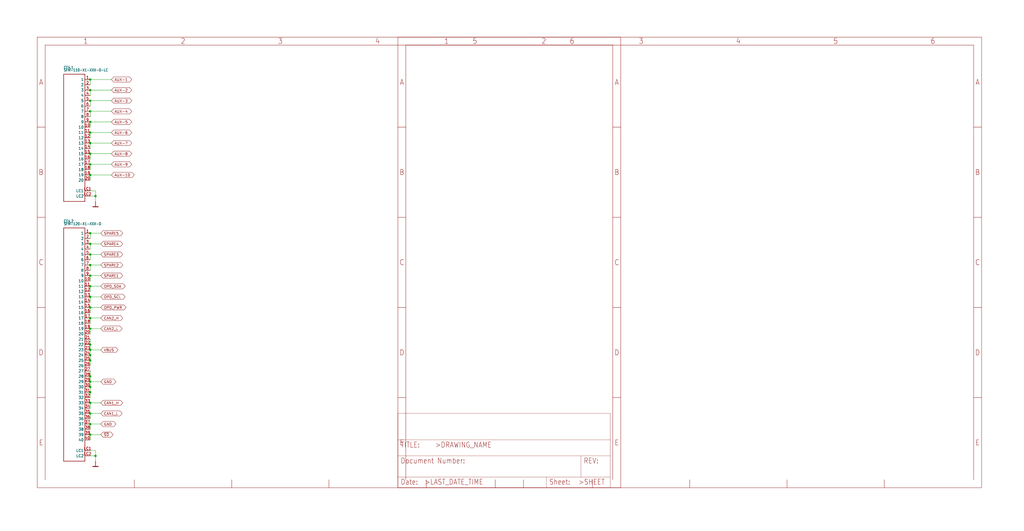
<source format=kicad_sch>
(kicad_sch (version 20211123) (generator eeschema)
  (paper "User" 490.22 254.406)
  (lib_symbols
    (symbol "oresat-backplane-2u-eagle-import:FRAME_A_L"
      (symbol "FRAME_A_L_0_0"
        (polyline (pts (xy 0 43.18) (xy 3.81 43.18)))
        (polyline (pts (xy 0 86.36) (xy 3.81 86.36)))
        (polyline (pts (xy 0 129.54) (xy 3.81 129.54)))
        (polyline (pts (xy 0 172.72) (xy 3.81 172.72)))
        (polyline (pts (xy 3.81 3.81) (xy 3.81 212.09)))
        (polyline (pts (xy 46.5667 0) (xy 46.5667 3.81)))
        (polyline (pts (xy 93.1333 0) (xy 93.1333 3.81)))
        (polyline (pts (xy 139.7 0) (xy 139.7 3.81)))
        (polyline (pts (xy 186.2667 0) (xy 186.2667 3.81)))
        (polyline (pts (xy 232.8333 0) (xy 232.8333 3.81)))
        (polyline (pts (xy 275.59 3.81) (xy 275.59 212.09)))
        (polyline (pts (xy 275.59 43.18) (xy 279.4 43.18)))
        (polyline (pts (xy 275.59 86.36) (xy 279.4 86.36)))
        (polyline (pts (xy 275.59 129.54) (xy 279.4 129.54)))
        (polyline (pts (xy 275.59 172.72) (xy 279.4 172.72)))
        (polyline (pts (xy 275.59 212.09) (xy 3.81 212.09)))
        (polyline (pts (xy 0 0) (xy 279.4 0) (xy 279.4 215.9) (xy 0 215.9) (xy 0 0)))
        (text "1" (at 23.2833 213.995 0) (effects (font (size 2.54 2.286))))
        (text "2" (at 69.85 213.995 0) (effects (font (size 2.54 2.286))))
        (text "3" (at 116.4167 213.995 0) (effects (font (size 2.54 2.286))))
        (text "4" (at 162.9833 213.995 0) (effects (font (size 2.54 2.286))))
        (text "5" (at 209.55 213.995 0) (effects (font (size 2.54 2.286))))
        (text "6" (at 256.1167 213.995 0) (effects (font (size 2.54 2.286))))
        (text "A" (at 1.905 194.31 0) (effects (font (size 2.54 2.286))))
        (text "A" (at 277.495 194.31 0) (effects (font (size 2.54 2.286))))
        (text "B" (at 1.905 151.13 0) (effects (font (size 2.54 2.286))))
        (text "B" (at 277.495 151.13 0) (effects (font (size 2.54 2.286))))
        (text "C" (at 1.905 107.95 0) (effects (font (size 2.54 2.286))))
        (text "C" (at 277.495 107.95 0) (effects (font (size 2.54 2.286))))
        (text "D" (at 1.905 64.77 0) (effects (font (size 2.54 2.286))))
        (text "D" (at 277.495 64.77 0) (effects (font (size 2.54 2.286))))
        (text "E" (at 1.905 21.59 0) (effects (font (size 2.54 2.286))))
        (text "E" (at 277.495 21.59 0) (effects (font (size 2.54 2.286))))
      )
      (symbol "FRAME_A_L_2_0"
        (polyline (pts (xy 0 0) (xy 0 5.08)) (stroke (width 0.1016)))
        (polyline (pts (xy 0 0) (xy 71.12 0)) (stroke (width 0.1016)))
        (polyline (pts (xy 0 5.08) (xy 0 15.24)) (stroke (width 0.1016)))
        (polyline (pts (xy 0 5.08) (xy 71.12 5.08)) (stroke (width 0.1016)))
        (polyline (pts (xy 0 15.24) (xy 0 22.86)) (stroke (width 0.1016)))
        (polyline (pts (xy 0 22.86) (xy 0 35.56)) (stroke (width 0.1016)))
        (polyline (pts (xy 0 22.86) (xy 101.6 22.86)) (stroke (width 0.1016)))
        (polyline (pts (xy 71.12 0) (xy 101.6 0)) (stroke (width 0.1016)))
        (polyline (pts (xy 71.12 5.08) (xy 71.12 0)) (stroke (width 0.1016)))
        (polyline (pts (xy 71.12 5.08) (xy 87.63 5.08)) (stroke (width 0.1016)))
        (polyline (pts (xy 87.63 5.08) (xy 101.6 5.08)) (stroke (width 0.1016)))
        (polyline (pts (xy 87.63 15.24) (xy 0 15.24)) (stroke (width 0.1016)))
        (polyline (pts (xy 87.63 15.24) (xy 87.63 5.08)) (stroke (width 0.1016)))
        (polyline (pts (xy 101.6 5.08) (xy 101.6 0)) (stroke (width 0.1016)))
        (polyline (pts (xy 101.6 15.24) (xy 87.63 15.24)) (stroke (width 0.1016)))
        (polyline (pts (xy 101.6 15.24) (xy 101.6 5.08)) (stroke (width 0.1016)))
        (polyline (pts (xy 101.6 22.86) (xy 101.6 15.24)) (stroke (width 0.1016)))
        (polyline (pts (xy 101.6 35.56) (xy 0 35.56)) (stroke (width 0.1016)))
        (polyline (pts (xy 101.6 35.56) (xy 101.6 22.86)) (stroke (width 0.1016)))
        (text ">DRAWING_NAME" (at 17.78 19.05 0) (effects (font (size 2.54 2.159)) (justify left bottom)))
        (text ">LAST_DATE_TIME" (at 12.7 1.27 0) (effects (font (size 2.54 2.159)) (justify left bottom)))
        (text ">SHEET" (at 86.36 1.27 0) (effects (font (size 2.54 2.159)) (justify left bottom)))
        (text "Date:" (at 1.27 1.27 0) (effects (font (size 2.54 2.159)) (justify left bottom)))
        (text "Document Number:" (at 1.27 11.43 0) (effects (font (size 2.54 2.159)) (justify left bottom)))
        (text "REV:" (at 88.9 11.43 0) (effects (font (size 2.54 2.159)) (justify left bottom)))
        (text "Sheet:" (at 72.39 1.27 0) (effects (font (size 2.54 2.159)) (justify left bottom)))
        (text "TITLE:" (at 1.27 19.05 0) (effects (font (size 2.54 2.159)) (justify left bottom)))
      )
    )
    (symbol "oresat-backplane-2u-eagle-import:GND" (power)
      (symbol "GND_1_0"
        (polyline (pts (xy -1.27 -2.54) (xy 1.27 -2.54)) (stroke (width 0.4064)))
        (pin power_in line (at 0 0 270) (length 2.54) (name "GND") (number "1"))
      )
    )
    (symbol "oresat-backplane-2u-eagle-import:SFM-110-X1-XXX-D-LC"
      (property "Reference" "CF" (at -2.54 33.02 0))
      (property "Value" "SFM-110-X1-XXX-D-LC" (at -2.54 31.75 0))
      (symbol "SFM-110-X1-XXX-D-LC_1_0"
        (polyline (pts (xy -2.54 -30.48) (xy -2.54 30.48)) (stroke (width 0.254)))
        (polyline (pts (xy -2.54 30.48) (xy 7.62 30.48)) (stroke (width 0.254)))
        (polyline (pts (xy 7.62 -30.48) (xy -2.54 -30.48)) (stroke (width 0.254)))
        (polyline (pts (xy 7.62 30.48) (xy 7.62 -30.48)) (stroke (width 0.254)))
        (pin passive line (at 10.16 27.94 180) (length 2.54) (name "1") (number "1"))
        (pin passive line (at 10.16 5.08 180) (length 2.54) (name "10") (number "10"))
        (pin passive line (at 10.16 2.54 180) (length 2.54) (name "11") (number "11"))
        (pin passive line (at 10.16 0 180) (length 2.54) (name "12") (number "12"))
        (pin passive line (at 10.16 -2.54 180) (length 2.54) (name "13") (number "13"))
        (pin passive line (at 10.16 -5.08 180) (length 2.54) (name "14") (number "14"))
        (pin passive line (at 10.16 -7.62 180) (length 2.54) (name "15") (number "15"))
        (pin passive line (at 10.16 -10.16 180) (length 2.54) (name "16") (number "16"))
        (pin passive line (at 10.16 -12.7 180) (length 2.54) (name "17") (number "17"))
        (pin passive line (at 10.16 -15.24 180) (length 2.54) (name "18") (number "18"))
        (pin passive line (at 10.16 -17.78 180) (length 2.54) (name "19") (number "19"))
        (pin passive line (at 10.16 25.4 180) (length 2.54) (name "2") (number "2"))
        (pin passive line (at 10.16 -20.32 180) (length 2.54) (name "20") (number "20"))
        (pin passive line (at 10.16 22.86 180) (length 2.54) (name "3") (number "3"))
        (pin passive line (at 10.16 20.32 180) (length 2.54) (name "4") (number "4"))
        (pin passive line (at 10.16 17.78 180) (length 2.54) (name "5") (number "5"))
        (pin passive line (at 10.16 15.24 180) (length 2.54) (name "6") (number "6"))
        (pin passive line (at 10.16 12.7 180) (length 2.54) (name "7") (number "7"))
        (pin passive line (at 10.16 10.16 180) (length 2.54) (name "8") (number "8"))
        (pin passive line (at 10.16 7.62 180) (length 2.54) (name "9") (number "9"))
        (pin passive line (at 10.16 -25.4 180) (length 2.54) (name "LC1") (number "LC1"))
        (pin passive line (at 10.16 -27.94 180) (length 2.54) (name "LC2") (number "LC2"))
      )
    )
    (symbol "oresat-backplane-2u-eagle-import:SFM-120-X1-XXX-D"
      (property "Reference" "J" (at -2.54 50.8 0))
      (property "Value" "SFM-120-X1-XXX-D" (at -2.54 49.53 0))
      (symbol "SFM-120-X1-XXX-D_1_0"
        (polyline (pts (xy -2.54 -63.5) (xy -2.54 48.26)) (stroke (width 0.254)))
        (polyline (pts (xy -2.54 48.26) (xy 7.62 48.26)) (stroke (width 0.254)))
        (polyline (pts (xy 7.62 -63.5) (xy -2.54 -63.5)) (stroke (width 0.254)))
        (polyline (pts (xy 7.62 48.26) (xy 7.62 -63.5)) (stroke (width 0.254)))
        (pin passive line (at 10.16 45.72 180) (length 2.54) (name "1") (number "1"))
        (pin passive line (at 10.16 22.86 180) (length 2.54) (name "10") (number "10"))
        (pin passive line (at 10.16 20.32 180) (length 2.54) (name "11") (number "11"))
        (pin passive line (at 10.16 17.78 180) (length 2.54) (name "12") (number "12"))
        (pin passive line (at 10.16 15.24 180) (length 2.54) (name "13") (number "13"))
        (pin passive line (at 10.16 12.7 180) (length 2.54) (name "14") (number "14"))
        (pin passive line (at 10.16 10.16 180) (length 2.54) (name "15") (number "15"))
        (pin passive line (at 10.16 7.62 180) (length 2.54) (name "16") (number "16"))
        (pin passive line (at 10.16 5.08 180) (length 2.54) (name "17") (number "17"))
        (pin passive line (at 10.16 2.54 180) (length 2.54) (name "18") (number "18"))
        (pin passive line (at 10.16 0 180) (length 2.54) (name "19") (number "19"))
        (pin passive line (at 10.16 43.18 180) (length 2.54) (name "2") (number "2"))
        (pin passive line (at 10.16 -2.54 180) (length 2.54) (name "20") (number "20"))
        (pin passive line (at 10.16 -5.08 180) (length 2.54) (name "21") (number "21"))
        (pin passive line (at 10.16 -7.62 180) (length 2.54) (name "22") (number "22"))
        (pin passive line (at 10.16 -10.16 180) (length 2.54) (name "23") (number "23"))
        (pin passive line (at 10.16 -12.7 180) (length 2.54) (name "24") (number "24"))
        (pin passive line (at 10.16 -15.24 180) (length 2.54) (name "25") (number "25"))
        (pin passive line (at 10.16 -17.78 180) (length 2.54) (name "26") (number "26"))
        (pin passive line (at 10.16 -20.32 180) (length 2.54) (name "27") (number "27"))
        (pin passive line (at 10.16 -22.86 180) (length 2.54) (name "28") (number "28"))
        (pin passive line (at 10.16 -25.4 180) (length 2.54) (name "29") (number "29"))
        (pin passive line (at 10.16 40.64 180) (length 2.54) (name "3") (number "3"))
        (pin passive line (at 10.16 -27.94 180) (length 2.54) (name "30") (number "30"))
        (pin passive line (at 10.16 -30.48 180) (length 2.54) (name "31") (number "31"))
        (pin passive line (at 10.16 -33.02 180) (length 2.54) (name "32") (number "32"))
        (pin passive line (at 10.16 -35.56 180) (length 2.54) (name "33") (number "33"))
        (pin passive line (at 10.16 -38.1 180) (length 2.54) (name "34") (number "34"))
        (pin passive line (at 10.16 -40.64 180) (length 2.54) (name "35") (number "35"))
        (pin passive line (at 10.16 -43.18 180) (length 2.54) (name "36") (number "36"))
        (pin passive line (at 10.16 -45.72 180) (length 2.54) (name "37") (number "37"))
        (pin passive line (at 10.16 -48.26 180) (length 2.54) (name "38") (number "38"))
        (pin passive line (at 10.16 -50.8 180) (length 2.54) (name "39") (number "39"))
        (pin passive line (at 10.16 38.1 180) (length 2.54) (name "4") (number "4"))
        (pin passive line (at 10.16 -53.34 180) (length 2.54) (name "40") (number "40"))
        (pin passive line (at 10.16 35.56 180) (length 2.54) (name "5") (number "5"))
        (pin passive line (at 10.16 33.02 180) (length 2.54) (name "6") (number "6"))
        (pin passive line (at 10.16 30.48 180) (length 2.54) (name "7") (number "7"))
        (pin passive line (at 10.16 27.94 180) (length 2.54) (name "8") (number "8"))
        (pin passive line (at 10.16 25.4 180) (length 2.54) (name "9") (number "9"))
        (pin passive line (at 10.16 -58.42 180) (length 2.54) (name "LC1") (number "LC1"))
        (pin passive line (at 10.16 -60.96 180) (length 2.54) (name "LC2") (number "LC2"))
      )
    )
  )
  (junction (at 45.72 93.98))
  (junction (at 43.18 185.42))
  (junction (at 43.18 48.26))
  (junction (at 43.18 38.1))
  (junction (at 43.18 142.24))
  (junction (at 43.18 127))
  (junction (at 43.18 147.32))
  (junction (at 43.18 182.88))
  (junction (at 43.18 53.34))
  (junction (at 43.18 132.08))
  (junction (at 43.18 203.2))
  (junction (at 43.18 157.48))
  (junction (at 43.18 63.5))
  (junction (at 43.18 180.34))
  (junction (at 43.18 187.96))
  (junction (at 43.18 172.72))
  (junction (at 43.18 193.04))
  (junction (at 43.18 121.92))
  (junction (at 43.18 68.58))
  (junction (at 43.18 208.28))
  (junction (at 45.72 218.44))
  (junction (at 43.18 137.16))
  (junction (at 43.18 43.18))
  (junction (at 43.18 73.66))
  (junction (at 43.18 83.82))
  (junction (at 43.18 58.42))
  (junction (at 43.18 152.4))
  (junction (at 43.18 198.12))
  (junction (at 43.18 111.76))
  (junction (at 43.18 165.1))
  (junction (at 43.18 78.74))
  (junction (at 43.18 170.18))
  (junction (at 43.18 116.84))
  (junction (at 43.18 167.64))
  (wire (pts (xy 43.18 116.84) (xy 43.18 119.38)))
  (wire (pts (xy 43.18 218.44) (xy 45.72 218.44)))
  (wire (pts (xy 43.18 132.08) (xy 43.18 134.62)))
  (wire (pts (xy 43.18 48.26) (xy 53.34 48.26)))
  (wire (pts (xy 43.18 162.56) (xy 43.18 165.1)))
  (wire (pts (xy 43.18 58.42) (xy 43.18 60.96)))
  (wire (pts (xy 43.18 73.66) (xy 53.34 73.66)))
  (wire (pts (xy 45.72 93.98) (xy 43.18 93.98)))
  (wire (pts (xy 43.18 121.92) (xy 48.26 121.92)))
  (wire (pts (xy 43.18 63.5) (xy 53.34 63.5)))
  (wire (pts (xy 43.18 147.32) (xy 43.18 149.86)))
  (wire (pts (xy 43.18 38.1) (xy 53.34 38.1)))
  (wire (pts (xy 48.26 167.64) (xy 43.18 167.64)))
  (wire (pts (xy 43.18 111.76) (xy 43.18 114.3)))
  (wire (pts (xy 43.18 78.74) (xy 43.18 81.28)))
  (wire (pts (xy 43.18 208.28) (xy 43.18 210.82)))
  (wire (pts (xy 43.18 215.9) (xy 45.72 215.9)))
  (wire (pts (xy 48.26 157.48) (xy 43.18 157.48)))
  (wire (pts (xy 48.26 208.28) (xy 43.18 208.28)))
  (wire (pts (xy 43.18 43.18) (xy 43.18 45.72)))
  (wire (pts (xy 45.72 215.9) (xy 45.72 218.44)))
  (wire (pts (xy 45.72 218.44) (xy 45.72 220.98)))
  (wire (pts (xy 43.18 165.1) (xy 43.18 167.64)))
  (wire (pts (xy 43.18 193.04) (xy 43.18 195.58)))
  (wire (pts (xy 43.18 144.78) (xy 43.18 142.24)))
  (wire (pts (xy 43.18 167.64) (xy 43.18 170.18)))
  (wire (pts (xy 48.26 132.08) (xy 43.18 132.08)))
  (wire (pts (xy 43.18 53.34) (xy 53.34 53.34)))
  (wire (pts (xy 43.18 83.82) (xy 43.18 86.36)))
  (wire (pts (xy 43.18 116.84) (xy 48.26 116.84)))
  (wire (pts (xy 45.72 96.52) (xy 45.72 93.98)))
  (wire (pts (xy 43.18 121.92) (xy 43.18 124.46)))
  (wire (pts (xy 43.18 63.5) (xy 43.18 66.04)))
  (wire (pts (xy 43.18 68.58) (xy 53.34 68.58)))
  (wire (pts (xy 43.18 73.66) (xy 43.18 76.2)))
  (wire (pts (xy 43.18 68.58) (xy 43.18 71.12)))
  (wire (pts (xy 48.26 152.4) (xy 43.18 152.4)))
  (wire (pts (xy 43.18 38.1) (xy 43.18 40.64)))
  (wire (pts (xy 43.18 139.7) (xy 43.18 137.16)))
  (wire (pts (xy 43.18 83.82) (xy 53.34 83.82)))
  (wire (pts (xy 48.26 203.2) (xy 43.18 203.2)))
  (wire (pts (xy 43.18 152.4) (xy 43.18 154.94)))
  (wire (pts (xy 43.18 48.26) (xy 43.18 50.8)))
  (wire (pts (xy 43.18 172.72) (xy 43.18 175.26)))
  (wire (pts (xy 43.18 185.42) (xy 43.18 187.96)))
  (wire (pts (xy 43.18 58.42) (xy 53.34 58.42)))
  (wire (pts (xy 48.26 142.24) (xy 43.18 142.24)))
  (wire (pts (xy 48.26 198.12) (xy 43.18 198.12)))
  (wire (pts (xy 43.18 170.18) (xy 43.18 172.72)))
  (wire (pts (xy 48.26 127) (xy 43.18 127)))
  (wire (pts (xy 48.26 182.88) (xy 43.18 182.88)))
  (wire (pts (xy 45.72 91.44) (xy 43.18 91.44)))
  (wire (pts (xy 48.26 193.04) (xy 43.18 193.04)))
  (wire (pts (xy 43.18 180.34) (xy 43.18 182.88)))
  (wire (pts (xy 43.18 137.16) (xy 48.26 137.16)))
  (wire (pts (xy 43.18 182.88) (xy 43.18 185.42)))
  (wire (pts (xy 43.18 157.48) (xy 43.18 160.02)))
  (wire (pts (xy 43.18 187.96) (xy 43.18 190.5)))
  (wire (pts (xy 43.18 78.74) (xy 53.34 78.74)))
  (wire (pts (xy 43.18 198.12) (xy 43.18 200.66)))
  (wire (pts (xy 43.18 53.34) (xy 43.18 55.88)))
  (wire (pts (xy 43.18 203.2) (xy 43.18 205.74)))
  (wire (pts (xy 43.18 111.76) (xy 48.26 111.76)))
  (wire (pts (xy 48.26 147.32) (xy 43.18 147.32)))
  (wire (pts (xy 45.72 93.98) (xy 45.72 91.44)))
  (wire (pts (xy 43.18 177.8) (xy 43.18 180.34)))
  (wire (pts (xy 43.18 127) (xy 43.18 129.54)))
  (wire (pts (xy 43.18 43.18) (xy 53.34 43.18)))
  (global_label "SPARE3" (shape bidirectional) (at 48.26 121.92 0) (effects (font (size 1.2446 1.2446))) (property "Intersheet References" "${INTERSHEET_REFS}" (effects hide)))
  (global_label "AUX-3" (shape bidirectional) (at 53.34 48.26 0) (effects (font (size 1.2446 1.2446))) (property "Intersheet References" "${INTERSHEET_REFS}" (effects hide)))
  (global_label "AUX-10" (shape bidirectional) (at 53.34 83.82 0) (effects (font (size 1.2446 1.2446))) (property "Intersheet References" "${INTERSHEET_REFS}" (effects hide)))
  (global_label "AUX-2" (shape bidirectional) (at 53.34 43.18 0) (effects (font (size 1.2446 1.2446))) (property "Intersheet References" "${INTERSHEET_REFS}" (effects hide)))
  (global_label "AUX-6" (shape bidirectional) (at 53.34 63.5 0) (effects (font (size 1.2446 1.2446))) (property "Intersheet References" "${INTERSHEET_REFS}" (effects hide)))
  (global_label "GND" (shape bidirectional) (at 48.26 203.2 0) (effects (font (size 1.2446 1.2446))) (property "Intersheet References" "${INTERSHEET_REFS}" (effects hide)))
  (global_label "AUX-9" (shape bidirectional) (at 53.34 78.74 0) (effects (font (size 1.2446 1.2446))) (property "Intersheet References" "${INTERSHEET_REFS}" (effects hide)))
  (global_label "VBUS" (shape bidirectional) (at 48.26 167.64 0) (effects (font (size 1.2446 1.2446))) (property "Intersheet References" "${INTERSHEET_REFS}" (effects hide)))
  (global_label "AUX-8" (shape bidirectional) (at 53.34 73.66 0) (effects (font (size 1.2446 1.2446))) (property "Intersheet References" "${INTERSHEET_REFS}" (effects hide)))
  (global_label "GND" (shape bidirectional) (at 48.26 182.88 0) (effects (font (size 1.2446 1.2446))) (property "Intersheet References" "${INTERSHEET_REFS}" (effects hide)))
  (global_label "SPARE4" (shape bidirectional) (at 48.26 116.84 0) (effects (font (size 1.2446 1.2446))) (property "Intersheet References" "${INTERSHEET_REFS}" (effects hide)))
  (global_label "OPD_SCL" (shape bidirectional) (at 48.26 142.24 0) (effects (font (size 1.2446 1.2446))) (property "Intersheet References" "${INTERSHEET_REFS}" (effects hide)))
  (global_label "OPD_SDA" (shape bidirectional) (at 48.26 137.16 0) (effects (font (size 1.2446 1.2446))) (property "Intersheet References" "${INTERSHEET_REFS}" (effects hide)))
  (global_label "CAN1_H" (shape bidirectional) (at 48.26 193.04 0) (effects (font (size 1.2446 1.2446))) (property "Intersheet References" "${INTERSHEET_REFS}" (effects hide)))
  (global_label "SPARE5" (shape bidirectional) (at 48.26 111.76 0) (effects (font (size 1.2446 1.2446))) (property "Intersheet References" "${INTERSHEET_REFS}" (effects hide)))
  (global_label "AUX-7" (shape bidirectional) (at 53.34 68.58 0) (effects (font (size 1.2446 1.2446))) (property "Intersheet References" "${INTERSHEET_REFS}" (effects hide)))
  (global_label "SPARE1" (shape bidirectional) (at 48.26 132.08 0) (effects (font (size 1.2446 1.2446))) (property "Intersheet References" "${INTERSHEET_REFS}" (effects hide)))
  (global_label "CAN2_H" (shape bidirectional) (at 48.26 152.4 0) (effects (font (size 1.2446 1.2446))) (property "Intersheet References" "${INTERSHEET_REFS}" (effects hide)))
  (global_label "AUX-1" (shape bidirectional) (at 53.34 38.1 0) (effects (font (size 1.2446 1.2446))) (property "Intersheet References" "${INTERSHEET_REFS}" (effects hide)))
  (global_label "OPD_PWR" (shape bidirectional) (at 48.26 147.32 0) (effects (font (size 1.2446 1.2446))) (property "Intersheet References" "${INTERSHEET_REFS}" (effects hide)))
  (global_label "AUX-4" (shape bidirectional) (at 53.34 53.34 0) (effects (font (size 1.2446 1.2446))) (property "Intersheet References" "${INTERSHEET_REFS}" (effects hide)))
  (global_label "SPARE2" (shape bidirectional) (at 48.26 127 0) (effects (font (size 1.2446 1.2446))) (property "Intersheet References" "${INTERSHEET_REFS}" (effects hide)))
  (global_label "~{SD}" (shape bidirectional) (at 48.26 208.28 0) (effects (font (size 1.2446 1.2446))) (property "Intersheet References" "${INTERSHEET_REFS}" (effects hide)))
  (global_label "CAN1_L" (shape bidirectional) (at 48.26 198.12 0) (effects (font (size 1.2446 1.2446))) (property "Intersheet References" "${INTERSHEET_REFS}" (effects hide)))
  (global_label "CAN2_L" (shape bidirectional) (at 48.26 157.48 0) (effects (font (size 1.2446 1.2446))) (property "Intersheet References" "${INTERSHEET_REFS}" (effects hide)))
  (global_label "AUX-5" (shape bidirectional) (at 53.34 58.42 0) (effects (font (size 1.2446 1.2446))) (property "Intersheet References" "${INTERSHEET_REFS}" (effects hide)))
  (symbol (lib_id "oresat-backplane-2u-eagle-import:SFM-110-X1-XXX-D-LC") (at 33.02 66.04 0) (unit 1)
    (property "Reference" "CF4.1" (at 30.48 33.02 0) (effects (font (size 1.27 1.0795)) (justify left bottom)))
    (property "Value" "SFM-110-X1-XXX-D-LC" (at 30.48 34.29 0) (effects (font (size 1.27 1.0795)) (justify left bottom)))
    (property "Footprint" "oresat-backplane-2u:SFM-110-X1-XXX-D-LC" (effects hide))
  )
  (symbol (lib_id "oresat-backplane-2u-eagle-import:FRAME_A_L") (at 17.78 233.68 0) (unit 1)
    (property "Reference" "#FRAME17" (effects hide))
    (property "Value" "FRAME_A_L" (effects hide))
    (property "Footprint" "oresat-backplane-2u:" (effects hide))
  )
  (symbol (lib_id "oresat-backplane-2u-eagle-import:SFM-120-X1-XXX-D") (at 33.02 157.48 0) (unit 1)
    (property "Reference" "CF4.2" (at 30.48 106.68 0) (effects (font (size 1.27 1.0795)) (justify left bottom)))
    (property "Value" "SFM-120-X1-XXX-D" (at 30.48 107.95 0) (effects (font (size 1.27 1.0795)) (justify left bottom)))
    (property "Footprint" "oresat-backplane-2u:SFM-120-X1-XXX-D" (effects hide))
  )
  (symbol (lib_id "oresat-backplane-2u-eagle-import:GND") (at 45.72 220.98 0) (unit 1)
    (property "Reference" "#GND097" (effects hide))
    (property "Value" "GND" (effects hide))
    (property "Footprint" "oresat-backplane-2u:" (effects hide))
  )
  (symbol (lib_id "oresat-backplane-2u-eagle-import:GND") (at 45.72 96.52 0) (unit 1)
    (property "Reference" "#GND0101" (effects hide))
    (property "Value" "GND" (effects hide))
    (property "Footprint" "oresat-backplane-2u:" (effects hide))
  )
  (symbol (lib_id "oresat-backplane-2u-eagle-import:FRAME_A_L") (at 190.5 233.68 0) (unit 2)
    (property "Reference" "#FRAME17" (effects hide))
    (property "Value" "FRAME_A_L" (effects hide))
    (property "Footprint" "oresat-backplane-2u:" (effects hide))
  )
)
</source>
